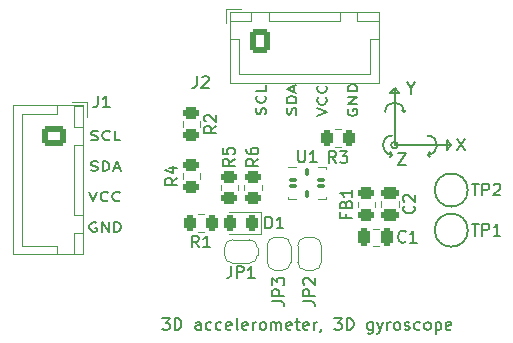
<source format=gbr>
%TF.GenerationSoftware,KiCad,Pcbnew,(6.0.6)*%
%TF.CreationDate,2022-09-16T10:14:36+09:00*%
%TF.ProjectId,LSM6DS3-breakout,4c534d36-4453-4332-9d62-7265616b6f75,rev?*%
%TF.SameCoordinates,Original*%
%TF.FileFunction,Legend,Top*%
%TF.FilePolarity,Positive*%
%FSLAX46Y46*%
G04 Gerber Fmt 4.6, Leading zero omitted, Abs format (unit mm)*
G04 Created by KiCad (PCBNEW (6.0.6)) date 2022-09-16 10:14:36*
%MOMM*%
%LPD*%
G01*
G04 APERTURE LIST*
G04 Aperture macros list*
%AMRoundRect*
0 Rectangle with rounded corners*
0 $1 Rounding radius*
0 $2 $3 $4 $5 $6 $7 $8 $9 X,Y pos of 4 corners*
0 Add a 4 corners polygon primitive as box body*
4,1,4,$2,$3,$4,$5,$6,$7,$8,$9,$2,$3,0*
0 Add four circle primitives for the rounded corners*
1,1,$1+$1,$2,$3*
1,1,$1+$1,$4,$5*
1,1,$1+$1,$6,$7*
1,1,$1+$1,$8,$9*
0 Add four rect primitives between the rounded corners*
20,1,$1+$1,$2,$3,$4,$5,0*
20,1,$1+$1,$4,$5,$6,$7,0*
20,1,$1+$1,$6,$7,$8,$9,0*
20,1,$1+$1,$8,$9,$2,$3,0*%
%AMFreePoly0*
4,1,48,0.036020,0.199191,0.037970,0.199714,0.040958,0.198321,0.057086,0.195477,0.069630,0.184951,0.084467,0.178033,0.290533,-0.028033,0.293203,-0.031847,0.294953,-0.032857,0.296081,-0.035957,0.305473,-0.049370,0.306900,-0.065680,0.312500,-0.081066,0.312500,-0.125000,0.310782,-0.134742,0.311361,-0.138024,0.309695,-0.140910,0.307977,-0.150652,0.295451,-0.165579,0.285709,-0.182453,
0.279350,-0.184767,0.275000,-0.189952,0.255809,-0.193336,0.237500,-0.200000,-0.237500,-0.200000,-0.247242,-0.198282,-0.250524,-0.198861,-0.253410,-0.197195,-0.263152,-0.195477,-0.278079,-0.182951,-0.294953,-0.173209,-0.297267,-0.166850,-0.302452,-0.162500,-0.305836,-0.143309,-0.312500,-0.125000,-0.312500,0.125000,-0.310782,0.134742,-0.311361,0.138024,-0.309695,0.140910,-0.307977,0.150652,
-0.295451,0.165579,-0.285709,0.182453,-0.279350,0.184767,-0.275000,0.189952,-0.255809,0.193336,-0.237500,0.200000,0.031434,0.200000,0.036020,0.199191,0.036020,0.199191,$1*%
%AMFreePoly1*
4,1,48,0.247242,0.198282,0.250524,0.198861,0.253410,0.197195,0.263152,0.195477,0.278079,0.182951,0.294953,0.173209,0.297267,0.166850,0.302452,0.162500,0.305836,0.143309,0.312500,0.125000,0.312500,0.081066,0.311691,0.076480,0.312214,0.074529,0.310820,0.071540,0.307977,0.055414,0.297452,0.042871,0.290533,0.028033,0.084467,-0.178033,0.080653,-0.180703,0.079643,-0.182453,
0.076543,-0.183581,0.063130,-0.192973,0.046819,-0.194400,0.031434,-0.200000,-0.237500,-0.200000,-0.247242,-0.198282,-0.250524,-0.198861,-0.253410,-0.197195,-0.263152,-0.195477,-0.278079,-0.182951,-0.294953,-0.173209,-0.297267,-0.166850,-0.302452,-0.162500,-0.305836,-0.143309,-0.312500,-0.125000,-0.312500,0.125000,-0.310782,0.134742,-0.311361,0.138024,-0.309695,0.140910,-0.307977,0.150652,
-0.295451,0.165579,-0.285709,0.182453,-0.279350,0.184767,-0.275000,0.189952,-0.255809,0.193336,-0.237500,0.200000,0.237500,0.200000,0.247242,0.198282,0.247242,0.198282,$1*%
%AMFreePoly2*
4,1,48,0.134742,0.310782,0.138024,0.311361,0.140910,0.309695,0.150652,0.307977,0.165579,0.295451,0.182453,0.285709,0.184767,0.279350,0.189952,0.275000,0.193336,0.255809,0.200000,0.237500,0.200000,-0.237500,0.198282,-0.247242,0.198861,-0.250524,0.197195,-0.253410,0.195477,-0.263152,0.182951,-0.278079,0.173209,-0.294953,0.166850,-0.297267,0.162500,-0.302452,0.143309,-0.305836,
0.125000,-0.312500,-0.125000,-0.312500,-0.134742,-0.310782,-0.138024,-0.311361,-0.140910,-0.309695,-0.150652,-0.307977,-0.165579,-0.295451,-0.182453,-0.285709,-0.184767,-0.279350,-0.189952,-0.275000,-0.193336,-0.255809,-0.200000,-0.237500,-0.200000,0.031434,-0.199191,0.036020,-0.199714,0.037970,-0.198321,0.040958,-0.195477,0.057086,-0.184951,0.069630,-0.178033,0.084467,0.028033,0.290533,
0.031847,0.293203,0.032857,0.294953,0.035957,0.296081,0.049370,0.305473,0.065680,0.306900,0.081066,0.312500,0.125000,0.312500,0.134742,0.310782,0.134742,0.310782,$1*%
%AMFreePoly3*
4,1,48,-0.076480,0.311691,-0.074530,0.312214,-0.071542,0.310821,-0.055414,0.307977,-0.042870,0.297451,-0.028033,0.290533,0.178033,0.084467,0.180703,0.080653,0.182453,0.079643,0.183581,0.076543,0.192973,0.063130,0.194400,0.046820,0.200000,0.031434,0.200000,-0.237500,0.198282,-0.247242,0.198861,-0.250524,0.197195,-0.253410,0.195477,-0.263152,0.182951,-0.278079,0.173209,-0.294953,
0.166850,-0.297267,0.162500,-0.302452,0.143309,-0.305836,0.125000,-0.312500,-0.125000,-0.312500,-0.134742,-0.310782,-0.138024,-0.311361,-0.140910,-0.309695,-0.150652,-0.307977,-0.165579,-0.295451,-0.182453,-0.285709,-0.184767,-0.279350,-0.189952,-0.275000,-0.193336,-0.255809,-0.200000,-0.237500,-0.200000,0.237500,-0.198282,0.247242,-0.198861,0.250524,-0.197195,0.253410,-0.195477,0.263152,
-0.182951,0.278079,-0.173209,0.294953,-0.166850,0.297267,-0.162500,0.302452,-0.143309,0.305836,-0.125000,0.312500,-0.081066,0.312500,-0.076480,0.311691,-0.076480,0.311691,$1*%
%AMFreePoly4*
4,1,48,0.247242,0.198282,0.250524,0.198861,0.253410,0.197195,0.263152,0.195477,0.278079,0.182951,0.294953,0.173209,0.297267,0.166850,0.302452,0.162500,0.305836,0.143309,0.312500,0.125000,0.312500,-0.125000,0.310782,-0.134742,0.311361,-0.138024,0.309695,-0.140910,0.307977,-0.150652,0.295451,-0.165579,0.285709,-0.182453,0.279350,-0.184767,0.275000,-0.189952,0.255809,-0.193336,
0.237500,-0.200000,-0.031434,-0.200000,-0.036020,-0.199191,-0.037971,-0.199714,-0.040960,-0.198320,-0.057086,-0.195477,-0.069629,-0.184952,-0.084467,-0.178033,-0.290533,0.028033,-0.293203,0.031847,-0.294953,0.032857,-0.296081,0.035957,-0.305473,0.049370,-0.306900,0.065681,-0.312500,0.081066,-0.312500,0.125000,-0.310782,0.134742,-0.311361,0.138024,-0.309695,0.140910,-0.307977,0.150652,
-0.295451,0.165579,-0.285709,0.182453,-0.279350,0.184767,-0.275000,0.189952,-0.255809,0.193336,-0.237500,0.200000,0.237500,0.200000,0.247242,0.198282,0.247242,0.198282,$1*%
%AMFreePoly5*
4,1,48,0.247242,0.198282,0.250524,0.198861,0.253410,0.197195,0.263152,0.195477,0.278079,0.182951,0.294953,0.173209,0.297267,0.166850,0.302452,0.162500,0.305836,0.143309,0.312500,0.125000,0.312500,-0.125000,0.310782,-0.134742,0.311361,-0.138024,0.309695,-0.140910,0.307977,-0.150652,0.295451,-0.165579,0.285709,-0.182453,0.279350,-0.184767,0.275000,-0.189952,0.255809,-0.193336,
0.237500,-0.200000,-0.237500,-0.200000,-0.247242,-0.198282,-0.250524,-0.198861,-0.253410,-0.197195,-0.263152,-0.195477,-0.278079,-0.182951,-0.294953,-0.173209,-0.297267,-0.166850,-0.302452,-0.162500,-0.305836,-0.143309,-0.312500,-0.125000,-0.312500,-0.081066,-0.311691,-0.076480,-0.312214,-0.074530,-0.310821,-0.071542,-0.307977,-0.055414,-0.297451,-0.042870,-0.290533,-0.028033,-0.084467,0.178033,
-0.080653,0.180703,-0.079643,0.182453,-0.076543,0.183581,-0.063130,0.192973,-0.046820,0.194400,-0.031434,0.200000,0.237500,0.200000,0.247242,0.198282,0.247242,0.198282,$1*%
%AMFreePoly6*
4,1,48,0.134742,0.310782,0.138024,0.311361,0.140910,0.309695,0.150652,0.307977,0.165579,0.295451,0.182453,0.285709,0.184767,0.279350,0.189952,0.275000,0.193336,0.255809,0.200000,0.237500,0.200000,-0.031434,0.199191,-0.036020,0.199714,-0.037971,0.198320,-0.040960,0.195477,-0.057086,0.184952,-0.069629,0.178033,-0.084467,-0.028033,-0.290533,-0.031847,-0.293203,-0.032857,-0.294953,
-0.035957,-0.296081,-0.049370,-0.305473,-0.065681,-0.306900,-0.081066,-0.312500,-0.125000,-0.312500,-0.134742,-0.310782,-0.138024,-0.311361,-0.140910,-0.309695,-0.150652,-0.307977,-0.165579,-0.295451,-0.182453,-0.285709,-0.184767,-0.279350,-0.189952,-0.275000,-0.193336,-0.255809,-0.200000,-0.237500,-0.200000,0.237500,-0.198282,0.247242,-0.198861,0.250524,-0.197195,0.253410,-0.195477,0.263152,
-0.182951,0.278079,-0.173209,0.294953,-0.166850,0.297267,-0.162500,0.302452,-0.143309,0.305836,-0.125000,0.312500,0.125000,0.312500,0.134742,0.310782,0.134742,0.310782,$1*%
%AMFreePoly7*
4,1,48,0.134742,0.310782,0.138024,0.311361,0.140910,0.309695,0.150652,0.307977,0.165579,0.295451,0.182453,0.285709,0.184767,0.279350,0.189952,0.275000,0.193336,0.255809,0.200000,0.237500,0.200000,-0.237500,0.198282,-0.247242,0.198861,-0.250524,0.197195,-0.253410,0.195477,-0.263152,0.182951,-0.278079,0.173209,-0.294953,0.166850,-0.297267,0.162500,-0.302452,0.143309,-0.305836,
0.125000,-0.312500,0.081066,-0.312500,0.076480,-0.311691,0.074529,-0.312214,0.071540,-0.310820,0.055414,-0.307977,0.042871,-0.297452,0.028033,-0.290533,-0.178033,-0.084467,-0.180703,-0.080653,-0.182453,-0.079643,-0.183581,-0.076543,-0.192973,-0.063130,-0.194400,-0.046819,-0.200000,-0.031434,-0.200000,0.237500,-0.198282,0.247242,-0.198861,0.250524,-0.197195,0.253410,-0.195477,0.263152,
-0.182951,0.278079,-0.173209,0.294953,-0.166850,0.297267,-0.162500,0.302452,-0.143309,0.305836,-0.125000,0.312500,0.125000,0.312500,0.134742,0.310782,0.134742,0.310782,$1*%
%AMFreePoly8*
4,1,22,0.500000,-0.750000,0.000000,-0.750000,0.000000,-0.745033,-0.079941,-0.743568,-0.215256,-0.701293,-0.333266,-0.622738,-0.424486,-0.514219,-0.481581,-0.384460,-0.499164,-0.250000,-0.500000,-0.250000,-0.500000,0.250000,-0.499164,0.250000,-0.499963,0.256109,-0.478152,0.396186,-0.417904,0.524511,-0.324060,0.630769,-0.204165,0.706417,-0.067858,0.745374,0.000000,0.744959,0.000000,0.750000,
0.500000,0.750000,0.500000,-0.750000,0.500000,-0.750000,$1*%
%AMFreePoly9*
4,1,20,0.000000,0.744959,0.073905,0.744508,0.209726,0.703889,0.328688,0.626782,0.421226,0.519385,0.479903,0.390333,0.500000,0.250000,0.500000,-0.250000,0.499851,-0.262216,0.476331,-0.402017,0.414519,-0.529596,0.319384,-0.634700,0.198574,-0.708877,0.061801,-0.746166,0.000000,-0.745033,0.000000,-0.750000,-0.500000,-0.750000,-0.500000,0.750000,0.000000,0.750000,0.000000,0.744959,
0.000000,0.744959,$1*%
G04 Aperture macros list end*
%ADD10C,0.150000*%
%ADD11C,0.120000*%
%ADD12C,0.800000*%
%ADD13C,6.400000*%
%ADD14RoundRect,0.250000X-0.250000X-0.475000X0.250000X-0.475000X0.250000X0.475000X-0.250000X0.475000X0*%
%ADD15RoundRect,0.250000X0.262500X0.450000X-0.262500X0.450000X-0.262500X-0.450000X0.262500X-0.450000X0*%
%ADD16RoundRect,0.250000X0.450000X-0.262500X0.450000X0.262500X-0.450000X0.262500X-0.450000X-0.262500X0*%
%ADD17C,2.000000*%
%ADD18RoundRect,0.250000X-0.600000X-0.725000X0.600000X-0.725000X0.600000X0.725000X-0.600000X0.725000X0*%
%ADD19O,1.700000X1.950000*%
%ADD20FreePoly0,0.000000*%
%ADD21RoundRect,0.100000X-0.212500X-0.100000X0.212500X-0.100000X0.212500X0.100000X-0.212500X0.100000X0*%
%ADD22FreePoly1,0.000000*%
%ADD23FreePoly2,0.000000*%
%ADD24RoundRect,0.100000X-0.100000X-0.212500X0.100000X-0.212500X0.100000X0.212500X-0.100000X0.212500X0*%
%ADD25FreePoly3,0.000000*%
%ADD26FreePoly4,0.000000*%
%ADD27FreePoly5,0.000000*%
%ADD28FreePoly6,0.000000*%
%ADD29FreePoly7,0.000000*%
%ADD30RoundRect,0.250000X-0.450000X0.262500X-0.450000X-0.262500X0.450000X-0.262500X0.450000X0.262500X0*%
%ADD31FreePoly8,180.000000*%
%ADD32FreePoly9,180.000000*%
%ADD33FreePoly8,270.000000*%
%ADD34FreePoly9,270.000000*%
%ADD35RoundRect,0.250000X-0.725000X0.600000X-0.725000X-0.600000X0.725000X-0.600000X0.725000X0.600000X0*%
%ADD36O,1.950000X1.700000*%
%ADD37RoundRect,0.250000X-0.262500X-0.450000X0.262500X-0.450000X0.262500X0.450000X-0.262500X0.450000X0*%
%ADD38RoundRect,0.243750X0.243750X0.456250X-0.243750X0.456250X-0.243750X-0.456250X0.243750X-0.456250X0*%
%ADD39RoundRect,0.250000X-0.475000X0.250000X-0.475000X-0.250000X0.475000X-0.250000X0.475000X0.250000X0*%
G04 APERTURE END LIST*
D10*
X136800000Y-76400000D02*
X136800000Y-77200000D01*
X133200000Y-74000000D02*
X133000000Y-73800000D01*
X135200000Y-77600000D02*
G75*
G03*
X135200000Y-76000000I0J800000D01*
G01*
X137200000Y-76800000D02*
X136800000Y-76400000D01*
X136800000Y-77200000D02*
X137200000Y-76800000D01*
X132400000Y-76800000D02*
X137200000Y-76800000D01*
X132000000Y-72400000D02*
X132800000Y-72400000D01*
X135400000Y-77400000D02*
X135200000Y-77600000D01*
X132400000Y-76800000D02*
X132400000Y-72000000D01*
X132800000Y-72400000D02*
X132400000Y-72000000D01*
X135200000Y-77600000D02*
X135400000Y-77400000D01*
X135200000Y-77600000D02*
X135400000Y-77800000D01*
X132400000Y-72000000D02*
X132000000Y-72400000D01*
X133200000Y-74000000D02*
G75*
G03*
X131600000Y-74000000I-800000J0D01*
G01*
X132682843Y-76800000D02*
G75*
G03*
X132682843Y-76800000I-282843J0D01*
G01*
X132200000Y-76000000D02*
G75*
G03*
X132200000Y-77600000I0J-800000D01*
G01*
X132000000Y-77800000D02*
X132200000Y-77600000D01*
X133200000Y-74000000D02*
X133400000Y-73800000D01*
X132200000Y-77600000D02*
X132000000Y-77400000D01*
X133000000Y-73800000D02*
X133200000Y-74000000D01*
X132666666Y-77452380D02*
X133333333Y-77452380D01*
X132666666Y-78452380D01*
X133333333Y-78452380D01*
X133800000Y-71976190D02*
X133800000Y-72452380D01*
X133466666Y-71452380D02*
X133800000Y-71976190D01*
X134133333Y-71452380D01*
X121459809Y-74190476D02*
X121497904Y-74047619D01*
X121497904Y-73809523D01*
X121459809Y-73714285D01*
X121421714Y-73666666D01*
X121345523Y-73619047D01*
X121269333Y-73619047D01*
X121193142Y-73666666D01*
X121155047Y-73714285D01*
X121116952Y-73809523D01*
X121078857Y-74000000D01*
X121040761Y-74095238D01*
X121002666Y-74142857D01*
X120926476Y-74190476D01*
X120850285Y-74190476D01*
X120774095Y-74142857D01*
X120736000Y-74095238D01*
X120697904Y-74000000D01*
X120697904Y-73761904D01*
X120736000Y-73619047D01*
X121421714Y-72619047D02*
X121459809Y-72666666D01*
X121497904Y-72809523D01*
X121497904Y-72904761D01*
X121459809Y-73047619D01*
X121383619Y-73142857D01*
X121307428Y-73190476D01*
X121155047Y-73238095D01*
X121040761Y-73238095D01*
X120888380Y-73190476D01*
X120812190Y-73142857D01*
X120736000Y-73047619D01*
X120697904Y-72904761D01*
X120697904Y-72809523D01*
X120736000Y-72666666D01*
X120774095Y-72619047D01*
X121497904Y-71714285D02*
X121497904Y-72190476D01*
X120697904Y-72190476D01*
X124035809Y-74214285D02*
X124073904Y-74071428D01*
X124073904Y-73833333D01*
X124035809Y-73738095D01*
X123997714Y-73690476D01*
X123921523Y-73642857D01*
X123845333Y-73642857D01*
X123769142Y-73690476D01*
X123731047Y-73738095D01*
X123692952Y-73833333D01*
X123654857Y-74023809D01*
X123616761Y-74119047D01*
X123578666Y-74166666D01*
X123502476Y-74214285D01*
X123426285Y-74214285D01*
X123350095Y-74166666D01*
X123312000Y-74119047D01*
X123273904Y-74023809D01*
X123273904Y-73785714D01*
X123312000Y-73642857D01*
X124073904Y-73214285D02*
X123273904Y-73214285D01*
X123273904Y-72976190D01*
X123312000Y-72833333D01*
X123388190Y-72738095D01*
X123464380Y-72690476D01*
X123616761Y-72642857D01*
X123731047Y-72642857D01*
X123883428Y-72690476D01*
X123959619Y-72738095D01*
X124035809Y-72833333D01*
X124073904Y-72976190D01*
X124073904Y-73214285D01*
X123845333Y-72261904D02*
X123845333Y-71785714D01*
X124073904Y-72357142D02*
X123273904Y-72023809D01*
X124073904Y-71690476D01*
X125849904Y-74333333D02*
X126649904Y-74000000D01*
X125849904Y-73666666D01*
X126573714Y-72761904D02*
X126611809Y-72809523D01*
X126649904Y-72952380D01*
X126649904Y-73047619D01*
X126611809Y-73190476D01*
X126535619Y-73285714D01*
X126459428Y-73333333D01*
X126307047Y-73380952D01*
X126192761Y-73380952D01*
X126040380Y-73333333D01*
X125964190Y-73285714D01*
X125888000Y-73190476D01*
X125849904Y-73047619D01*
X125849904Y-72952380D01*
X125888000Y-72809523D01*
X125926095Y-72761904D01*
X126573714Y-71761904D02*
X126611809Y-71809523D01*
X126649904Y-71952380D01*
X126649904Y-72047619D01*
X126611809Y-72190476D01*
X126535619Y-72285714D01*
X126459428Y-72333333D01*
X126307047Y-72380952D01*
X126192761Y-72380952D01*
X126040380Y-72333333D01*
X125964190Y-72285714D01*
X125888000Y-72190476D01*
X125849904Y-72047619D01*
X125849904Y-71952380D01*
X125888000Y-71809523D01*
X125926095Y-71761904D01*
X128464000Y-73761904D02*
X128425904Y-73857142D01*
X128425904Y-74000000D01*
X128464000Y-74142857D01*
X128540190Y-74238095D01*
X128616380Y-74285714D01*
X128768761Y-74333333D01*
X128883047Y-74333333D01*
X129035428Y-74285714D01*
X129111619Y-74238095D01*
X129187809Y-74142857D01*
X129225904Y-74000000D01*
X129225904Y-73904761D01*
X129187809Y-73761904D01*
X129149714Y-73714285D01*
X128883047Y-73714285D01*
X128883047Y-73904761D01*
X129225904Y-73285714D02*
X128425904Y-73285714D01*
X129225904Y-72714285D01*
X128425904Y-72714285D01*
X129225904Y-72238095D02*
X128425904Y-72238095D01*
X128425904Y-72000000D01*
X128464000Y-71857142D01*
X128540190Y-71761904D01*
X128616380Y-71714285D01*
X128768761Y-71666666D01*
X128883047Y-71666666D01*
X129035428Y-71714285D01*
X129111619Y-71761904D01*
X129187809Y-71857142D01*
X129225904Y-72000000D01*
X129225904Y-72238095D01*
X106709523Y-76359809D02*
X106852380Y-76397904D01*
X107090476Y-76397904D01*
X107185714Y-76359809D01*
X107233333Y-76321714D01*
X107280952Y-76245523D01*
X107280952Y-76169333D01*
X107233333Y-76093142D01*
X107185714Y-76055047D01*
X107090476Y-76016952D01*
X106900000Y-75978857D01*
X106804761Y-75940761D01*
X106757142Y-75902666D01*
X106709523Y-75826476D01*
X106709523Y-75750285D01*
X106757142Y-75674095D01*
X106804761Y-75636000D01*
X106900000Y-75597904D01*
X107138095Y-75597904D01*
X107280952Y-75636000D01*
X108280952Y-76321714D02*
X108233333Y-76359809D01*
X108090476Y-76397904D01*
X107995238Y-76397904D01*
X107852380Y-76359809D01*
X107757142Y-76283619D01*
X107709523Y-76207428D01*
X107661904Y-76055047D01*
X107661904Y-75940761D01*
X107709523Y-75788380D01*
X107757142Y-75712190D01*
X107852380Y-75636000D01*
X107995238Y-75597904D01*
X108090476Y-75597904D01*
X108233333Y-75636000D01*
X108280952Y-75674095D01*
X109185714Y-76397904D02*
X108709523Y-76397904D01*
X108709523Y-75597904D01*
X106685714Y-78935809D02*
X106828571Y-78973904D01*
X107066666Y-78973904D01*
X107161904Y-78935809D01*
X107209523Y-78897714D01*
X107257142Y-78821523D01*
X107257142Y-78745333D01*
X107209523Y-78669142D01*
X107161904Y-78631047D01*
X107066666Y-78592952D01*
X106876190Y-78554857D01*
X106780952Y-78516761D01*
X106733333Y-78478666D01*
X106685714Y-78402476D01*
X106685714Y-78326285D01*
X106733333Y-78250095D01*
X106780952Y-78212000D01*
X106876190Y-78173904D01*
X107114285Y-78173904D01*
X107257142Y-78212000D01*
X107685714Y-78973904D02*
X107685714Y-78173904D01*
X107923809Y-78173904D01*
X108066666Y-78212000D01*
X108161904Y-78288190D01*
X108209523Y-78364380D01*
X108257142Y-78516761D01*
X108257142Y-78631047D01*
X108209523Y-78783428D01*
X108161904Y-78859619D01*
X108066666Y-78935809D01*
X107923809Y-78973904D01*
X107685714Y-78973904D01*
X108638095Y-78745333D02*
X109114285Y-78745333D01*
X108542857Y-78973904D02*
X108876190Y-78173904D01*
X109209523Y-78973904D01*
X106566666Y-80749904D02*
X106900000Y-81549904D01*
X107233333Y-80749904D01*
X108138095Y-81473714D02*
X108090476Y-81511809D01*
X107947619Y-81549904D01*
X107852380Y-81549904D01*
X107709523Y-81511809D01*
X107614285Y-81435619D01*
X107566666Y-81359428D01*
X107519047Y-81207047D01*
X107519047Y-81092761D01*
X107566666Y-80940380D01*
X107614285Y-80864190D01*
X107709523Y-80788000D01*
X107852380Y-80749904D01*
X107947619Y-80749904D01*
X108090476Y-80788000D01*
X108138095Y-80826095D01*
X109138095Y-81473714D02*
X109090476Y-81511809D01*
X108947619Y-81549904D01*
X108852380Y-81549904D01*
X108709523Y-81511809D01*
X108614285Y-81435619D01*
X108566666Y-81359428D01*
X108519047Y-81207047D01*
X108519047Y-81092761D01*
X108566666Y-80940380D01*
X108614285Y-80864190D01*
X108709523Y-80788000D01*
X108852380Y-80749904D01*
X108947619Y-80749904D01*
X109090476Y-80788000D01*
X109138095Y-80826095D01*
X107138095Y-83364000D02*
X107042857Y-83325904D01*
X106900000Y-83325904D01*
X106757142Y-83364000D01*
X106661904Y-83440190D01*
X106614285Y-83516380D01*
X106566666Y-83668761D01*
X106566666Y-83783047D01*
X106614285Y-83935428D01*
X106661904Y-84011619D01*
X106757142Y-84087809D01*
X106900000Y-84125904D01*
X106995238Y-84125904D01*
X107138095Y-84087809D01*
X107185714Y-84049714D01*
X107185714Y-83783047D01*
X106995238Y-83783047D01*
X107614285Y-84125904D02*
X107614285Y-83325904D01*
X108185714Y-84125904D01*
X108185714Y-83325904D01*
X108661904Y-84125904D02*
X108661904Y-83325904D01*
X108900000Y-83325904D01*
X109042857Y-83364000D01*
X109138095Y-83440190D01*
X109185714Y-83516380D01*
X109233333Y-83668761D01*
X109233333Y-83783047D01*
X109185714Y-83935428D01*
X109138095Y-84011619D01*
X109042857Y-84087809D01*
X108900000Y-84125904D01*
X108661904Y-84125904D01*
X137666666Y-76252380D02*
X138333333Y-77252380D01*
X138333333Y-76252380D02*
X137666666Y-77252380D01*
X112738095Y-91452380D02*
X113357142Y-91452380D01*
X113023809Y-91833333D01*
X113166666Y-91833333D01*
X113261904Y-91880952D01*
X113309523Y-91928571D01*
X113357142Y-92023809D01*
X113357142Y-92261904D01*
X113309523Y-92357142D01*
X113261904Y-92404761D01*
X113166666Y-92452380D01*
X112880952Y-92452380D01*
X112785714Y-92404761D01*
X112738095Y-92357142D01*
X113785714Y-92452380D02*
X113785714Y-91452380D01*
X114023809Y-91452380D01*
X114166666Y-91500000D01*
X114261904Y-91595238D01*
X114309523Y-91690476D01*
X114357142Y-91880952D01*
X114357142Y-92023809D01*
X114309523Y-92214285D01*
X114261904Y-92309523D01*
X114166666Y-92404761D01*
X114023809Y-92452380D01*
X113785714Y-92452380D01*
X115976190Y-92452380D02*
X115976190Y-91928571D01*
X115928571Y-91833333D01*
X115833333Y-91785714D01*
X115642857Y-91785714D01*
X115547619Y-91833333D01*
X115976190Y-92404761D02*
X115880952Y-92452380D01*
X115642857Y-92452380D01*
X115547619Y-92404761D01*
X115500000Y-92309523D01*
X115500000Y-92214285D01*
X115547619Y-92119047D01*
X115642857Y-92071428D01*
X115880952Y-92071428D01*
X115976190Y-92023809D01*
X116880952Y-92404761D02*
X116785714Y-92452380D01*
X116595238Y-92452380D01*
X116500000Y-92404761D01*
X116452380Y-92357142D01*
X116404761Y-92261904D01*
X116404761Y-91976190D01*
X116452380Y-91880952D01*
X116500000Y-91833333D01*
X116595238Y-91785714D01*
X116785714Y-91785714D01*
X116880952Y-91833333D01*
X117738095Y-92404761D02*
X117642857Y-92452380D01*
X117452380Y-92452380D01*
X117357142Y-92404761D01*
X117309523Y-92357142D01*
X117261904Y-92261904D01*
X117261904Y-91976190D01*
X117309523Y-91880952D01*
X117357142Y-91833333D01*
X117452380Y-91785714D01*
X117642857Y-91785714D01*
X117738095Y-91833333D01*
X118547619Y-92404761D02*
X118452380Y-92452380D01*
X118261904Y-92452380D01*
X118166666Y-92404761D01*
X118119047Y-92309523D01*
X118119047Y-91928571D01*
X118166666Y-91833333D01*
X118261904Y-91785714D01*
X118452380Y-91785714D01*
X118547619Y-91833333D01*
X118595238Y-91928571D01*
X118595238Y-92023809D01*
X118119047Y-92119047D01*
X119166666Y-92452380D02*
X119071428Y-92404761D01*
X119023809Y-92309523D01*
X119023809Y-91452380D01*
X119928571Y-92404761D02*
X119833333Y-92452380D01*
X119642857Y-92452380D01*
X119547619Y-92404761D01*
X119500000Y-92309523D01*
X119500000Y-91928571D01*
X119547619Y-91833333D01*
X119642857Y-91785714D01*
X119833333Y-91785714D01*
X119928571Y-91833333D01*
X119976190Y-91928571D01*
X119976190Y-92023809D01*
X119500000Y-92119047D01*
X120404761Y-92452380D02*
X120404761Y-91785714D01*
X120404761Y-91976190D02*
X120452380Y-91880952D01*
X120500000Y-91833333D01*
X120595238Y-91785714D01*
X120690476Y-91785714D01*
X121166666Y-92452380D02*
X121071428Y-92404761D01*
X121023809Y-92357142D01*
X120976190Y-92261904D01*
X120976190Y-91976190D01*
X121023809Y-91880952D01*
X121071428Y-91833333D01*
X121166666Y-91785714D01*
X121309523Y-91785714D01*
X121404761Y-91833333D01*
X121452380Y-91880952D01*
X121500000Y-91976190D01*
X121500000Y-92261904D01*
X121452380Y-92357142D01*
X121404761Y-92404761D01*
X121309523Y-92452380D01*
X121166666Y-92452380D01*
X121928571Y-92452380D02*
X121928571Y-91785714D01*
X121928571Y-91880952D02*
X121976190Y-91833333D01*
X122071428Y-91785714D01*
X122214285Y-91785714D01*
X122309523Y-91833333D01*
X122357142Y-91928571D01*
X122357142Y-92452380D01*
X122357142Y-91928571D02*
X122404761Y-91833333D01*
X122500000Y-91785714D01*
X122642857Y-91785714D01*
X122738095Y-91833333D01*
X122785714Y-91928571D01*
X122785714Y-92452380D01*
X123642857Y-92404761D02*
X123547619Y-92452380D01*
X123357142Y-92452380D01*
X123261904Y-92404761D01*
X123214285Y-92309523D01*
X123214285Y-91928571D01*
X123261904Y-91833333D01*
X123357142Y-91785714D01*
X123547619Y-91785714D01*
X123642857Y-91833333D01*
X123690476Y-91928571D01*
X123690476Y-92023809D01*
X123214285Y-92119047D01*
X123976190Y-91785714D02*
X124357142Y-91785714D01*
X124119047Y-91452380D02*
X124119047Y-92309523D01*
X124166666Y-92404761D01*
X124261904Y-92452380D01*
X124357142Y-92452380D01*
X125071428Y-92404761D02*
X124976190Y-92452380D01*
X124785714Y-92452380D01*
X124690476Y-92404761D01*
X124642857Y-92309523D01*
X124642857Y-91928571D01*
X124690476Y-91833333D01*
X124785714Y-91785714D01*
X124976190Y-91785714D01*
X125071428Y-91833333D01*
X125119047Y-91928571D01*
X125119047Y-92023809D01*
X124642857Y-92119047D01*
X125547619Y-92452380D02*
X125547619Y-91785714D01*
X125547619Y-91976190D02*
X125595238Y-91880952D01*
X125642857Y-91833333D01*
X125738095Y-91785714D01*
X125833333Y-91785714D01*
X126214285Y-92404761D02*
X126214285Y-92452380D01*
X126166666Y-92547619D01*
X126119047Y-92595238D01*
X127309523Y-91452380D02*
X127928571Y-91452380D01*
X127595238Y-91833333D01*
X127738095Y-91833333D01*
X127833333Y-91880952D01*
X127880952Y-91928571D01*
X127928571Y-92023809D01*
X127928571Y-92261904D01*
X127880952Y-92357142D01*
X127833333Y-92404761D01*
X127738095Y-92452380D01*
X127452380Y-92452380D01*
X127357142Y-92404761D01*
X127309523Y-92357142D01*
X128357142Y-92452380D02*
X128357142Y-91452380D01*
X128595238Y-91452380D01*
X128738095Y-91500000D01*
X128833333Y-91595238D01*
X128880952Y-91690476D01*
X128928571Y-91880952D01*
X128928571Y-92023809D01*
X128880952Y-92214285D01*
X128833333Y-92309523D01*
X128738095Y-92404761D01*
X128595238Y-92452380D01*
X128357142Y-92452380D01*
X130547619Y-91785714D02*
X130547619Y-92595238D01*
X130500000Y-92690476D01*
X130452380Y-92738095D01*
X130357142Y-92785714D01*
X130214285Y-92785714D01*
X130119047Y-92738095D01*
X130547619Y-92404761D02*
X130452380Y-92452380D01*
X130261904Y-92452380D01*
X130166666Y-92404761D01*
X130119047Y-92357142D01*
X130071428Y-92261904D01*
X130071428Y-91976190D01*
X130119047Y-91880952D01*
X130166666Y-91833333D01*
X130261904Y-91785714D01*
X130452380Y-91785714D01*
X130547619Y-91833333D01*
X130928571Y-91785714D02*
X131166666Y-92452380D01*
X131404761Y-91785714D02*
X131166666Y-92452380D01*
X131071428Y-92690476D01*
X131023809Y-92738095D01*
X130928571Y-92785714D01*
X131785714Y-92452380D02*
X131785714Y-91785714D01*
X131785714Y-91976190D02*
X131833333Y-91880952D01*
X131880952Y-91833333D01*
X131976190Y-91785714D01*
X132071428Y-91785714D01*
X132547619Y-92452380D02*
X132452380Y-92404761D01*
X132404761Y-92357142D01*
X132357142Y-92261904D01*
X132357142Y-91976190D01*
X132404761Y-91880952D01*
X132452380Y-91833333D01*
X132547619Y-91785714D01*
X132690476Y-91785714D01*
X132785714Y-91833333D01*
X132833333Y-91880952D01*
X132880952Y-91976190D01*
X132880952Y-92261904D01*
X132833333Y-92357142D01*
X132785714Y-92404761D01*
X132690476Y-92452380D01*
X132547619Y-92452380D01*
X133261904Y-92404761D02*
X133357142Y-92452380D01*
X133547619Y-92452380D01*
X133642857Y-92404761D01*
X133690476Y-92309523D01*
X133690476Y-92261904D01*
X133642857Y-92166666D01*
X133547619Y-92119047D01*
X133404761Y-92119047D01*
X133309523Y-92071428D01*
X133261904Y-91976190D01*
X133261904Y-91928571D01*
X133309523Y-91833333D01*
X133404761Y-91785714D01*
X133547619Y-91785714D01*
X133642857Y-91833333D01*
X134547619Y-92404761D02*
X134452380Y-92452380D01*
X134261904Y-92452380D01*
X134166666Y-92404761D01*
X134119047Y-92357142D01*
X134071428Y-92261904D01*
X134071428Y-91976190D01*
X134119047Y-91880952D01*
X134166666Y-91833333D01*
X134261904Y-91785714D01*
X134452380Y-91785714D01*
X134547619Y-91833333D01*
X135119047Y-92452380D02*
X135023809Y-92404761D01*
X134976190Y-92357142D01*
X134928571Y-92261904D01*
X134928571Y-91976190D01*
X134976190Y-91880952D01*
X135023809Y-91833333D01*
X135119047Y-91785714D01*
X135261904Y-91785714D01*
X135357142Y-91833333D01*
X135404761Y-91880952D01*
X135452380Y-91976190D01*
X135452380Y-92261904D01*
X135404761Y-92357142D01*
X135357142Y-92404761D01*
X135261904Y-92452380D01*
X135119047Y-92452380D01*
X135880952Y-91785714D02*
X135880952Y-92785714D01*
X135880952Y-91833333D02*
X135976190Y-91785714D01*
X136166666Y-91785714D01*
X136261904Y-91833333D01*
X136309523Y-91880952D01*
X136357142Y-91976190D01*
X136357142Y-92261904D01*
X136309523Y-92357142D01*
X136261904Y-92404761D01*
X136166666Y-92452380D01*
X135976190Y-92452380D01*
X135880952Y-92404761D01*
X137166666Y-92404761D02*
X137071428Y-92452380D01*
X136880952Y-92452380D01*
X136785714Y-92404761D01*
X136738095Y-92309523D01*
X136738095Y-91928571D01*
X136785714Y-91833333D01*
X136880952Y-91785714D01*
X137071428Y-91785714D01*
X137166666Y-91833333D01*
X137214285Y-91928571D01*
X137214285Y-92023809D01*
X136738095Y-92119047D01*
%TO.C,C1*%
X133333333Y-84957142D02*
X133285714Y-85004761D01*
X133142857Y-85052380D01*
X133047619Y-85052380D01*
X132904761Y-85004761D01*
X132809523Y-84909523D01*
X132761904Y-84814285D01*
X132714285Y-84623809D01*
X132714285Y-84480952D01*
X132761904Y-84290476D01*
X132809523Y-84195238D01*
X132904761Y-84100000D01*
X133047619Y-84052380D01*
X133142857Y-84052380D01*
X133285714Y-84100000D01*
X133333333Y-84147619D01*
X134285714Y-85052380D02*
X133714285Y-85052380D01*
X134000000Y-85052380D02*
X134000000Y-84052380D01*
X133904761Y-84195238D01*
X133809523Y-84290476D01*
X133714285Y-84338095D01*
%TO.C,R3*%
X127433333Y-78302380D02*
X127100000Y-77826190D01*
X126861904Y-78302380D02*
X126861904Y-77302380D01*
X127242857Y-77302380D01*
X127338095Y-77350000D01*
X127385714Y-77397619D01*
X127433333Y-77492857D01*
X127433333Y-77635714D01*
X127385714Y-77730952D01*
X127338095Y-77778571D01*
X127242857Y-77826190D01*
X126861904Y-77826190D01*
X127766666Y-77302380D02*
X128385714Y-77302380D01*
X128052380Y-77683333D01*
X128195238Y-77683333D01*
X128290476Y-77730952D01*
X128338095Y-77778571D01*
X128385714Y-77873809D01*
X128385714Y-78111904D01*
X128338095Y-78207142D01*
X128290476Y-78254761D01*
X128195238Y-78302380D01*
X127909523Y-78302380D01*
X127814285Y-78254761D01*
X127766666Y-78207142D01*
%TO.C,FB1*%
X128278571Y-82633333D02*
X128278571Y-82966666D01*
X128802380Y-82966666D02*
X127802380Y-82966666D01*
X127802380Y-82490476D01*
X128278571Y-81776190D02*
X128326190Y-81633333D01*
X128373809Y-81585714D01*
X128469047Y-81538095D01*
X128611904Y-81538095D01*
X128707142Y-81585714D01*
X128754761Y-81633333D01*
X128802380Y-81728571D01*
X128802380Y-82109523D01*
X127802380Y-82109523D01*
X127802380Y-81776190D01*
X127850000Y-81680952D01*
X127897619Y-81633333D01*
X127992857Y-81585714D01*
X128088095Y-81585714D01*
X128183333Y-81633333D01*
X128230952Y-81680952D01*
X128278571Y-81776190D01*
X128278571Y-82109523D01*
X128802380Y-80585714D02*
X128802380Y-81157142D01*
X128802380Y-80871428D02*
X127802380Y-80871428D01*
X127945238Y-80966666D01*
X128040476Y-81061904D01*
X128088095Y-81157142D01*
%TO.C,TP2*%
X138938095Y-80052380D02*
X139509523Y-80052380D01*
X139223809Y-81052380D02*
X139223809Y-80052380D01*
X139842857Y-81052380D02*
X139842857Y-80052380D01*
X140223809Y-80052380D01*
X140319047Y-80100000D01*
X140366666Y-80147619D01*
X140414285Y-80242857D01*
X140414285Y-80385714D01*
X140366666Y-80480952D01*
X140319047Y-80528571D01*
X140223809Y-80576190D01*
X139842857Y-80576190D01*
X140795238Y-80147619D02*
X140842857Y-80100000D01*
X140938095Y-80052380D01*
X141176190Y-80052380D01*
X141271428Y-80100000D01*
X141319047Y-80147619D01*
X141366666Y-80242857D01*
X141366666Y-80338095D01*
X141319047Y-80480952D01*
X140747619Y-81052380D01*
X141366666Y-81052380D01*
%TO.C,J2*%
X115666666Y-70962380D02*
X115666666Y-71676666D01*
X115619047Y-71819523D01*
X115523809Y-71914761D01*
X115380952Y-71962380D01*
X115285714Y-71962380D01*
X116095238Y-71057619D02*
X116142857Y-71010000D01*
X116238095Y-70962380D01*
X116476190Y-70962380D01*
X116571428Y-71010000D01*
X116619047Y-71057619D01*
X116666666Y-71152857D01*
X116666666Y-71248095D01*
X116619047Y-71390952D01*
X116047619Y-71962380D01*
X116666666Y-71962380D01*
%TO.C,U1*%
X124238095Y-77252380D02*
X124238095Y-78061904D01*
X124285714Y-78157142D01*
X124333333Y-78204761D01*
X124428571Y-78252380D01*
X124619047Y-78252380D01*
X124714285Y-78204761D01*
X124761904Y-78157142D01*
X124809523Y-78061904D01*
X124809523Y-77252380D01*
X125809523Y-78252380D02*
X125238095Y-78252380D01*
X125523809Y-78252380D02*
X125523809Y-77252380D01*
X125428571Y-77395238D01*
X125333333Y-77490476D01*
X125238095Y-77538095D01*
%TO.C,R6*%
X120852380Y-77966666D02*
X120376190Y-78300000D01*
X120852380Y-78538095D02*
X119852380Y-78538095D01*
X119852380Y-78157142D01*
X119900000Y-78061904D01*
X119947619Y-78014285D01*
X120042857Y-77966666D01*
X120185714Y-77966666D01*
X120280952Y-78014285D01*
X120328571Y-78061904D01*
X120376190Y-78157142D01*
X120376190Y-78538095D01*
X119852380Y-77109523D02*
X119852380Y-77300000D01*
X119900000Y-77395238D01*
X119947619Y-77442857D01*
X120090476Y-77538095D01*
X120280952Y-77585714D01*
X120661904Y-77585714D01*
X120757142Y-77538095D01*
X120804761Y-77490476D01*
X120852380Y-77395238D01*
X120852380Y-77204761D01*
X120804761Y-77109523D01*
X120757142Y-77061904D01*
X120661904Y-77014285D01*
X120423809Y-77014285D01*
X120328571Y-77061904D01*
X120280952Y-77109523D01*
X120233333Y-77204761D01*
X120233333Y-77395238D01*
X120280952Y-77490476D01*
X120328571Y-77538095D01*
X120423809Y-77585714D01*
%TO.C,R2*%
X117302380Y-75166666D02*
X116826190Y-75500000D01*
X117302380Y-75738095D02*
X116302380Y-75738095D01*
X116302380Y-75357142D01*
X116350000Y-75261904D01*
X116397619Y-75214285D01*
X116492857Y-75166666D01*
X116635714Y-75166666D01*
X116730952Y-75214285D01*
X116778571Y-75261904D01*
X116826190Y-75357142D01*
X116826190Y-75738095D01*
X116397619Y-74785714D02*
X116350000Y-74738095D01*
X116302380Y-74642857D01*
X116302380Y-74404761D01*
X116350000Y-74309523D01*
X116397619Y-74261904D01*
X116492857Y-74214285D01*
X116588095Y-74214285D01*
X116730952Y-74261904D01*
X117302380Y-74833333D01*
X117302380Y-74214285D01*
%TO.C,JP1*%
X118566666Y-87052380D02*
X118566666Y-87766666D01*
X118519047Y-87909523D01*
X118423809Y-88004761D01*
X118280952Y-88052380D01*
X118185714Y-88052380D01*
X119042857Y-88052380D02*
X119042857Y-87052380D01*
X119423809Y-87052380D01*
X119519047Y-87100000D01*
X119566666Y-87147619D01*
X119614285Y-87242857D01*
X119614285Y-87385714D01*
X119566666Y-87480952D01*
X119519047Y-87528571D01*
X119423809Y-87576190D01*
X119042857Y-87576190D01*
X120566666Y-88052380D02*
X119995238Y-88052380D01*
X120280952Y-88052380D02*
X120280952Y-87052380D01*
X120185714Y-87195238D01*
X120090476Y-87290476D01*
X119995238Y-87338095D01*
%TO.C,JP3*%
X122052380Y-90033333D02*
X122766666Y-90033333D01*
X122909523Y-90080952D01*
X123004761Y-90176190D01*
X123052380Y-90319047D01*
X123052380Y-90414285D01*
X123052380Y-89557142D02*
X122052380Y-89557142D01*
X122052380Y-89176190D01*
X122100000Y-89080952D01*
X122147619Y-89033333D01*
X122242857Y-88985714D01*
X122385714Y-88985714D01*
X122480952Y-89033333D01*
X122528571Y-89080952D01*
X122576190Y-89176190D01*
X122576190Y-89557142D01*
X122052380Y-88652380D02*
X122052380Y-88033333D01*
X122433333Y-88366666D01*
X122433333Y-88223809D01*
X122480952Y-88128571D01*
X122528571Y-88080952D01*
X122623809Y-88033333D01*
X122861904Y-88033333D01*
X122957142Y-88080952D01*
X123004761Y-88128571D01*
X123052380Y-88223809D01*
X123052380Y-88509523D01*
X123004761Y-88604761D01*
X122957142Y-88652380D01*
%TO.C,J1*%
X107266666Y-72602380D02*
X107266666Y-73316666D01*
X107219047Y-73459523D01*
X107123809Y-73554761D01*
X106980952Y-73602380D01*
X106885714Y-73602380D01*
X108266666Y-73602380D02*
X107695238Y-73602380D01*
X107980952Y-73602380D02*
X107980952Y-72602380D01*
X107885714Y-72745238D01*
X107790476Y-72840476D01*
X107695238Y-72888095D01*
%TO.C,R1*%
X115833333Y-85452380D02*
X115500000Y-84976190D01*
X115261904Y-85452380D02*
X115261904Y-84452380D01*
X115642857Y-84452380D01*
X115738095Y-84500000D01*
X115785714Y-84547619D01*
X115833333Y-84642857D01*
X115833333Y-84785714D01*
X115785714Y-84880952D01*
X115738095Y-84928571D01*
X115642857Y-84976190D01*
X115261904Y-84976190D01*
X116785714Y-85452380D02*
X116214285Y-85452380D01*
X116500000Y-85452380D02*
X116500000Y-84452380D01*
X116404761Y-84595238D01*
X116309523Y-84690476D01*
X116214285Y-84738095D01*
%TO.C,D1*%
X121461904Y-83852380D02*
X121461904Y-82852380D01*
X121700000Y-82852380D01*
X121842857Y-82900000D01*
X121938095Y-82995238D01*
X121985714Y-83090476D01*
X122033333Y-83280952D01*
X122033333Y-83423809D01*
X121985714Y-83614285D01*
X121938095Y-83709523D01*
X121842857Y-83804761D01*
X121700000Y-83852380D01*
X121461904Y-83852380D01*
X122985714Y-83852380D02*
X122414285Y-83852380D01*
X122700000Y-83852380D02*
X122700000Y-82852380D01*
X122604761Y-82995238D01*
X122509523Y-83090476D01*
X122414285Y-83138095D01*
%TO.C,JP2*%
X124652380Y-90033333D02*
X125366666Y-90033333D01*
X125509523Y-90080952D01*
X125604761Y-90176190D01*
X125652380Y-90319047D01*
X125652380Y-90414285D01*
X125652380Y-89557142D02*
X124652380Y-89557142D01*
X124652380Y-89176190D01*
X124700000Y-89080952D01*
X124747619Y-89033333D01*
X124842857Y-88985714D01*
X124985714Y-88985714D01*
X125080952Y-89033333D01*
X125128571Y-89080952D01*
X125176190Y-89176190D01*
X125176190Y-89557142D01*
X124747619Y-88604761D02*
X124700000Y-88557142D01*
X124652380Y-88461904D01*
X124652380Y-88223809D01*
X124700000Y-88128571D01*
X124747619Y-88080952D01*
X124842857Y-88033333D01*
X124938095Y-88033333D01*
X125080952Y-88080952D01*
X125652380Y-88652380D01*
X125652380Y-88033333D01*
%TO.C,R4*%
X114002380Y-79566666D02*
X113526190Y-79900000D01*
X114002380Y-80138095D02*
X113002380Y-80138095D01*
X113002380Y-79757142D01*
X113050000Y-79661904D01*
X113097619Y-79614285D01*
X113192857Y-79566666D01*
X113335714Y-79566666D01*
X113430952Y-79614285D01*
X113478571Y-79661904D01*
X113526190Y-79757142D01*
X113526190Y-80138095D01*
X113335714Y-78709523D02*
X114002380Y-78709523D01*
X112954761Y-78947619D02*
X113669047Y-79185714D01*
X113669047Y-78566666D01*
%TO.C,C2*%
X134037142Y-81966666D02*
X134084761Y-82014285D01*
X134132380Y-82157142D01*
X134132380Y-82252380D01*
X134084761Y-82395238D01*
X133989523Y-82490476D01*
X133894285Y-82538095D01*
X133703809Y-82585714D01*
X133560952Y-82585714D01*
X133370476Y-82538095D01*
X133275238Y-82490476D01*
X133180000Y-82395238D01*
X133132380Y-82252380D01*
X133132380Y-82157142D01*
X133180000Y-82014285D01*
X133227619Y-81966666D01*
X133227619Y-81585714D02*
X133180000Y-81538095D01*
X133132380Y-81442857D01*
X133132380Y-81204761D01*
X133180000Y-81109523D01*
X133227619Y-81061904D01*
X133322857Y-81014285D01*
X133418095Y-81014285D01*
X133560952Y-81061904D01*
X134132380Y-81633333D01*
X134132380Y-81014285D01*
%TO.C,TP1*%
X138938095Y-83452380D02*
X139509523Y-83452380D01*
X139223809Y-84452380D02*
X139223809Y-83452380D01*
X139842857Y-84452380D02*
X139842857Y-83452380D01*
X140223809Y-83452380D01*
X140319047Y-83500000D01*
X140366666Y-83547619D01*
X140414285Y-83642857D01*
X140414285Y-83785714D01*
X140366666Y-83880952D01*
X140319047Y-83928571D01*
X140223809Y-83976190D01*
X139842857Y-83976190D01*
X141366666Y-84452380D02*
X140795238Y-84452380D01*
X141080952Y-84452380D02*
X141080952Y-83452380D01*
X140985714Y-83595238D01*
X140890476Y-83690476D01*
X140795238Y-83738095D01*
%TO.C,R5*%
X118852380Y-77966666D02*
X118376190Y-78300000D01*
X118852380Y-78538095D02*
X117852380Y-78538095D01*
X117852380Y-78157142D01*
X117900000Y-78061904D01*
X117947619Y-78014285D01*
X118042857Y-77966666D01*
X118185714Y-77966666D01*
X118280952Y-78014285D01*
X118328571Y-78061904D01*
X118376190Y-78157142D01*
X118376190Y-78538095D01*
X117852380Y-77061904D02*
X117852380Y-77538095D01*
X118328571Y-77585714D01*
X118280952Y-77538095D01*
X118233333Y-77442857D01*
X118233333Y-77204761D01*
X118280952Y-77109523D01*
X118328571Y-77061904D01*
X118423809Y-77014285D01*
X118661904Y-77014285D01*
X118757142Y-77061904D01*
X118804761Y-77109523D01*
X118852380Y-77204761D01*
X118852380Y-77442857D01*
X118804761Y-77538095D01*
X118757142Y-77585714D01*
D11*
%TO.C,C1*%
X130538748Y-83865000D02*
X131061252Y-83865000D01*
X130538748Y-85335000D02*
X131061252Y-85335000D01*
%TO.C,R3*%
X127827064Y-76935000D02*
X127372936Y-76935000D01*
X127827064Y-75465000D02*
X127372936Y-75465000D01*
%TO.C,FB1*%
X130735000Y-82027064D02*
X130735000Y-81572936D01*
X129265000Y-82027064D02*
X129265000Y-81572936D01*
D10*
%TO.C,TP2*%
X138600000Y-80600000D02*
G75*
G03*
X138600000Y-80600000I-1400000J0D01*
G01*
D11*
%TO.C,J2*%
X131050000Y-66300000D02*
X131050000Y-65550000D01*
X130300000Y-70750000D02*
X124750000Y-70750000D01*
X118450000Y-66300000D02*
X120250000Y-66300000D01*
X118440000Y-71510000D02*
X131060000Y-71510000D01*
X118450000Y-67800000D02*
X119200000Y-67800000D01*
X118440000Y-65540000D02*
X118440000Y-71510000D01*
X118150000Y-65250000D02*
X118150000Y-66500000D01*
X119200000Y-67800000D02*
X119200000Y-70750000D01*
X131060000Y-71510000D02*
X131060000Y-65540000D01*
X121750000Y-65550000D02*
X121750000Y-66300000D01*
X127750000Y-65550000D02*
X121750000Y-65550000D01*
X127750000Y-66300000D02*
X127750000Y-65550000D01*
X129250000Y-66300000D02*
X131050000Y-66300000D01*
X129250000Y-65550000D02*
X129250000Y-66300000D01*
X131050000Y-67800000D02*
X130300000Y-67800000D01*
X131060000Y-65540000D02*
X118440000Y-65540000D01*
X130300000Y-67800000D02*
X130300000Y-70750000D01*
X119200000Y-70750000D02*
X124750000Y-70750000D01*
X118450000Y-65550000D02*
X118450000Y-66300000D01*
X119400000Y-65250000D02*
X118150000Y-65250000D01*
X121750000Y-66300000D02*
X127750000Y-66300000D01*
X120250000Y-66300000D02*
X120250000Y-65550000D01*
X120250000Y-65550000D02*
X118450000Y-65550000D01*
X131050000Y-65550000D02*
X129250000Y-65550000D01*
%TO.C,U1*%
X125960000Y-81360000D02*
X126610000Y-81360000D01*
X123390000Y-81360000D02*
X123390000Y-81210000D01*
X125960000Y-78640000D02*
X126610000Y-78640000D01*
X124040000Y-78640000D02*
X123390000Y-78640000D01*
X124040000Y-81360000D02*
X123390000Y-81360000D01*
X126610000Y-81360000D02*
X126610000Y-81210000D01*
X126610000Y-78640000D02*
X126610000Y-78790000D01*
%TO.C,R6*%
X119665000Y-80172936D02*
X119665000Y-80627064D01*
X121135000Y-80172936D02*
X121135000Y-80627064D01*
%TO.C,R2*%
X115935000Y-74772936D02*
X115935000Y-75227064D01*
X114465000Y-74772936D02*
X114465000Y-75227064D01*
%TO.C,JP1*%
X120800000Y-85500000D02*
X120800000Y-86100000D01*
X118000000Y-86100000D02*
X118000000Y-85500000D01*
X120100000Y-86800000D02*
X118700000Y-86800000D01*
X118700000Y-84800000D02*
X120100000Y-84800000D01*
X118700000Y-84800000D02*
G75*
G03*
X118000000Y-85500000I0J-700000D01*
G01*
X118000000Y-86100000D02*
G75*
G03*
X118700000Y-86800000I700000J0D01*
G01*
X120800000Y-85500000D02*
G75*
G03*
X120100000Y-84800000I-699999J1D01*
G01*
X120100000Y-86800000D02*
G75*
G03*
X120800000Y-86100000I1J699999D01*
G01*
%TO.C,JP3*%
X122300000Y-84600000D02*
X122900000Y-84600000D01*
X122900000Y-87400000D02*
X122300000Y-87400000D01*
X121600000Y-86700000D02*
X121600000Y-85300000D01*
X123600000Y-85300000D02*
X123600000Y-86700000D01*
X123600000Y-85300000D02*
G75*
G03*
X122900000Y-84600000I-699999J1D01*
G01*
X121600000Y-86700000D02*
G75*
G03*
X122300000Y-87400000I700000J0D01*
G01*
X122300000Y-84600000D02*
G75*
G03*
X121600000Y-85300000I-1J-699999D01*
G01*
X122900000Y-87400000D02*
G75*
G03*
X123600000Y-86700000I0J700000D01*
G01*
%TO.C,J1*%
X103800000Y-86050000D02*
X103800000Y-85300000D01*
X100090000Y-73440000D02*
X100090000Y-86060000D01*
X105300000Y-73450000D02*
X105300000Y-75250000D01*
X106060000Y-73440000D02*
X100090000Y-73440000D01*
X106050000Y-82750000D02*
X106050000Y-76750000D01*
X105300000Y-86050000D02*
X106050000Y-86050000D01*
X100850000Y-74200000D02*
X100850000Y-79750000D01*
X106050000Y-73450000D02*
X105300000Y-73450000D01*
X106050000Y-75250000D02*
X106050000Y-73450000D01*
X105300000Y-75250000D02*
X106050000Y-75250000D01*
X105300000Y-84250000D02*
X105300000Y-86050000D01*
X103800000Y-74200000D02*
X100850000Y-74200000D01*
X106350000Y-73150000D02*
X105100000Y-73150000D01*
X103800000Y-73450000D02*
X103800000Y-74200000D01*
X106050000Y-76750000D02*
X105300000Y-76750000D01*
X106060000Y-86060000D02*
X106060000Y-73440000D01*
X103800000Y-85300000D02*
X100850000Y-85300000D01*
X106050000Y-86050000D02*
X106050000Y-84250000D01*
X100090000Y-86060000D02*
X106060000Y-86060000D01*
X106050000Y-84250000D02*
X105300000Y-84250000D01*
X100850000Y-85300000D02*
X100850000Y-79750000D01*
X106350000Y-74400000D02*
X106350000Y-73150000D01*
X105300000Y-76750000D02*
X105300000Y-82750000D01*
X105300000Y-82750000D02*
X106050000Y-82750000D01*
%TO.C,R1*%
X115772936Y-82665000D02*
X116227064Y-82665000D01*
X115772936Y-84135000D02*
X116227064Y-84135000D01*
%TO.C,D1*%
X121085000Y-82440000D02*
X118400000Y-82440000D01*
X121085000Y-84360000D02*
X121085000Y-82440000D01*
X118400000Y-84360000D02*
X121085000Y-84360000D01*
%TO.C,JP2*%
X125500000Y-87400000D02*
X124900000Y-87400000D01*
X126200000Y-85300000D02*
X126200000Y-86700000D01*
X124200000Y-86700000D02*
X124200000Y-85300000D01*
X124900000Y-84600000D02*
X125500000Y-84600000D01*
X124900000Y-84600000D02*
G75*
G03*
X124200000Y-85300000I-1J-699999D01*
G01*
X124200000Y-86700000D02*
G75*
G03*
X124900000Y-87400000I700000J0D01*
G01*
X126200000Y-85300000D02*
G75*
G03*
X125500000Y-84600000I-699999J1D01*
G01*
X125500000Y-87400000D02*
G75*
G03*
X126200000Y-86700000I0J700000D01*
G01*
%TO.C,R4*%
X114465000Y-79627064D02*
X114465000Y-79172936D01*
X115935000Y-79627064D02*
X115935000Y-79172936D01*
%TO.C,C2*%
X131265000Y-81538748D02*
X131265000Y-82061252D01*
X132735000Y-81538748D02*
X132735000Y-82061252D01*
D10*
%TO.C,TP1*%
X138600000Y-84000000D02*
G75*
G03*
X138600000Y-84000000I-1400000J0D01*
G01*
D11*
%TO.C,R5*%
X119135000Y-80627064D02*
X119135000Y-80172936D01*
X117665000Y-80627064D02*
X117665000Y-80172936D01*
%TD*%
%LPC*%
D12*
%TO.C,H3*%
X105697056Y-92697056D03*
X104000000Y-88600000D03*
X102302944Y-92697056D03*
X102302944Y-89302944D03*
D13*
X104000000Y-91000000D03*
D12*
X106400000Y-91000000D03*
X105697056Y-89302944D03*
X101600000Y-91000000D03*
X104000000Y-93400000D03*
%TD*%
D14*
%TO.C,C1*%
X129850000Y-84600000D03*
X131750000Y-84600000D03*
%TD*%
D15*
%TO.C,R3*%
X128512500Y-76200000D03*
X126687500Y-76200000D03*
%TD*%
D16*
%TO.C,FB1*%
X130000000Y-82712500D03*
X130000000Y-80887500D03*
%TD*%
D17*
%TO.C,TP2*%
X137200000Y-80600000D03*
%TD*%
D18*
%TO.C,J2*%
X121000000Y-68000000D03*
D19*
X123500000Y-68000000D03*
X126000000Y-68000000D03*
X128500000Y-68000000D03*
%TD*%
D20*
%TO.C,U1*%
X123837500Y-79250000D03*
D21*
X123837500Y-79750000D03*
X123837500Y-80250000D03*
D22*
X123837500Y-80750000D03*
D23*
X124500000Y-80912500D03*
D24*
X125000000Y-80912500D03*
D25*
X125500000Y-80912500D03*
D26*
X126162500Y-80750000D03*
D21*
X126162500Y-80250000D03*
X126162500Y-79750000D03*
D27*
X126162500Y-79250000D03*
D28*
X125500000Y-79087500D03*
D24*
X125000000Y-79087500D03*
D29*
X124500000Y-79087500D03*
%TD*%
D30*
%TO.C,R6*%
X120400000Y-79487500D03*
X120400000Y-81312500D03*
%TD*%
%TO.C,R2*%
X115200000Y-74087500D03*
X115200000Y-75912500D03*
%TD*%
D12*
%TO.C,H4*%
X102302944Y-70697056D03*
X104000000Y-71400000D03*
D13*
X104000000Y-69000000D03*
D12*
X101600000Y-69000000D03*
X102302944Y-67302944D03*
X104000000Y-66600000D03*
X105697056Y-67302944D03*
X105697056Y-70697056D03*
X106400000Y-69000000D03*
%TD*%
D31*
%TO.C,JP1*%
X120050000Y-85800000D03*
D32*
X118750000Y-85800000D03*
%TD*%
D33*
%TO.C,JP3*%
X122600000Y-85350000D03*
D34*
X122600000Y-86650000D03*
%TD*%
D35*
%TO.C,J1*%
X103600000Y-76000000D03*
D36*
X103600000Y-78500000D03*
X103600000Y-81000000D03*
X103600000Y-83500000D03*
%TD*%
D37*
%TO.C,R1*%
X115087500Y-83400000D03*
X116912500Y-83400000D03*
%TD*%
D38*
%TO.C,D1*%
X120337500Y-83400000D03*
X118462500Y-83400000D03*
%TD*%
D33*
%TO.C,JP2*%
X125200000Y-85350000D03*
D34*
X125200000Y-86650000D03*
%TD*%
D13*
%TO.C,H2*%
X146000000Y-91000000D03*
D12*
X146000000Y-93400000D03*
X144302944Y-92697056D03*
X147697056Y-92697056D03*
X148400000Y-91000000D03*
X143600000Y-91000000D03*
X144302944Y-89302944D03*
X147697056Y-89302944D03*
X146000000Y-88600000D03*
%TD*%
%TO.C,H1*%
X143600000Y-69000000D03*
X146000000Y-66600000D03*
X148400000Y-69000000D03*
X147697056Y-67302944D03*
X144302944Y-70697056D03*
X144302944Y-67302944D03*
X147697056Y-70697056D03*
X146000000Y-71400000D03*
D13*
X146000000Y-69000000D03*
%TD*%
D16*
%TO.C,R4*%
X115200000Y-80312500D03*
X115200000Y-78487500D03*
%TD*%
D39*
%TO.C,C2*%
X132000000Y-80850000D03*
X132000000Y-82750000D03*
%TD*%
D17*
%TO.C,TP1*%
X137200000Y-84000000D03*
%TD*%
D16*
%TO.C,R5*%
X118400000Y-81312500D03*
X118400000Y-79487500D03*
%TD*%
M02*

</source>
